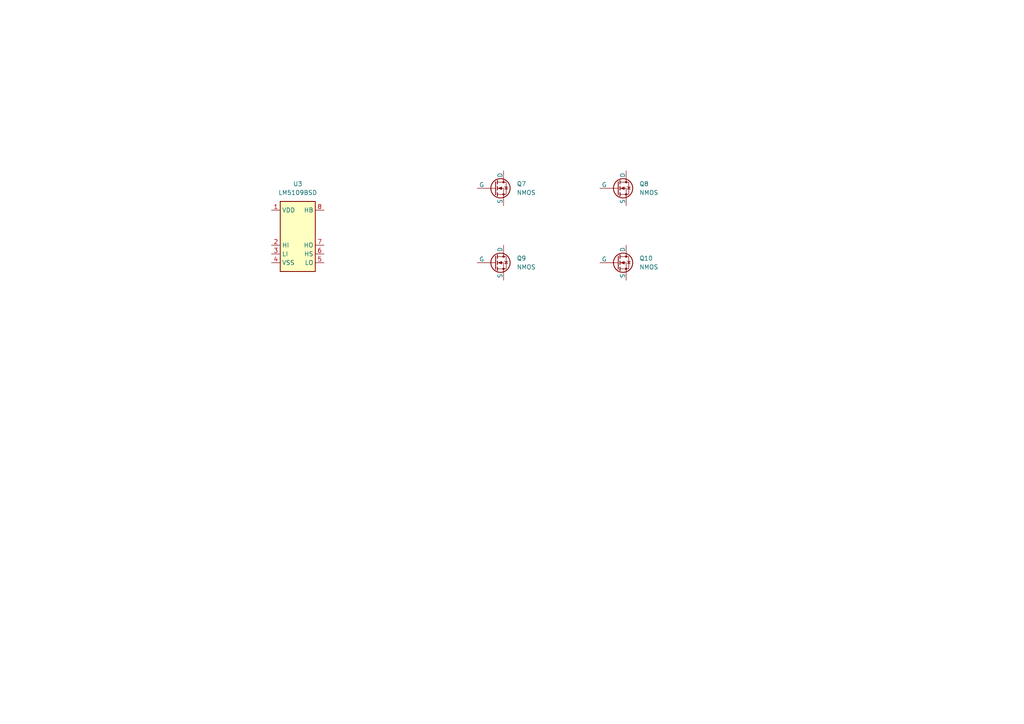
<source format=kicad_sch>
(kicad_sch (version 20231120) (generator "eeschema") (generator_version "8.0")
  (paper "A4")
  (lib_symbols
    (symbol "Driver_FET:LM5109BSD"
      (property "Reference" "U" (at 0 13.97 0))
      (property "Value" "LM5109BSD" (at 0 11.43 0))
      (symbol "LM5109BSD_0_1"
        (rectangle (start -5.08 -10.16) (end 5.08 10.16) (stroke (width 0.254)) (fill (type background)))
      )
      (symbol "LM5109BSD_1_1"
        (pin power_in line (at -7.62 7.62 0) (length 2.54) (name "VDD") (number "1"))
        (pin input line (at -7.62 -2.54 0) (length 2.54) (name "HI") (number "2"))
        (pin input line (at -7.62 -5.08 0) (length 2.54) (name "LI") (number "3"))
        (pin power_in line (at -7.62 -7.62 0) (length 2.54) (name "VSS") (number "4"))
        (pin output line (at 7.62 -7.62 180) (length 2.54) (name "LO") (number "5"))
        (pin passive line (at 7.62 -5.08 180) (length 2.54) (name "HS") (number "6"))
        (pin output line (at 7.62 -2.54 180) (length 2.54) (name "HO") (number "7"))
        (pin passive line (at 7.62 7.62 180) (length 2.54) (name "HB") (number "8"))
        (pin passive line (at -7.62 -7.62 0) (length 2.54) hide (name "VSS") (number "9"))
      )
    )
    (symbol "Simulation_SPICE:NMOS" (pin_numbers hide) (pin_names (offset 0))
      (property "Reference" "Q" (at 5.08 1.27 0))
      (property "Value" "NMOS" (at 5.08 -1.27 0))
      (symbol "NMOS_0_1"
        (polyline (pts (xy 0.254 0) (xy -2.54 0)))
        (polyline (pts (xy 0.254 1.905) (xy 0.254 -1.905)) (stroke (width 0.254)))
        (polyline (pts (xy 0.762 -1.27) (xy 0.762 -2.286)) (stroke (width 0.254)))
        (polyline (pts (xy 0.762 0.508) (xy 0.762 -0.508)) (stroke (width 0.254)))
        (polyline (pts (xy 0.762 2.286) (xy 0.762 1.27)) (stroke (width 0.254)))
        (polyline (pts (xy 2.54 2.54) (xy 2.54 1.778)))
        (polyline (pts (xy 2.54 -2.54) (xy 2.54 0) (xy 0.762 0)))
        (polyline (pts (xy 0.762 -1.778) (xy 3.302 -1.778) (xy 3.302 1.778) (xy 0.762 1.778)))
        (polyline (pts (xy 1.016 0) (xy 2.032 0.381) (xy 2.032 -0.381) (xy 1.016 0)) (fill (type outline)))
        (polyline (pts (xy 2.794 0.508) (xy 2.921 0.381) (xy 3.683 0.381) (xy 3.81 0.254)))
        (polyline (pts (xy 3.302 0.381) (xy 2.921 -0.254) (xy 3.683 -0.254) (xy 3.302 0.381)))
        (circle (center 1.651 0) (radius 2.794) (stroke (width 0.254)))
        (circle (center 2.54 -1.778) (radius 0.254) (fill (type outline)))
        (circle (center 2.54 1.778) (radius 0.254) (fill (type outline)))
      )
      (symbol "NMOS_1_1"
        (pin passive line (at 2.54 5.08 270) (length 2.54) (name "D") (number "1"))
        (pin input line (at -5.08 0 0) (length 2.54) (name "G") (number "2"))
        (pin passive line (at 2.54 -5.08 90) (length 2.54) (name "S") (number "3"))
      )
    )
  )
  (symbol (lib_id "Simulation_SPICE:NMOS") (at 143.51 76.2 0) (unit 1)
    (property "Reference" "Q9" (at 149.86 74.9299 0) (effects (justify left)))
    (property "Value" "NMOS" (at 149.86 77.4699 0) (effects (justify left)))
    (property "Datasheet" "https://ngspice.sourceforge.io/docs/ngspice-html-manual/manual.xhtml#cha_MOSFETs" (effects (hide yes)))
    (property "Description" "N-MOSFET transistor, drain/source/gate" (effects (hide yes)))
    (property "Sim.Device" "NMOS" (effects (hide yes)))
    (property "Sim.Type" "VDMOS" (effects (hide yes)))
    (property "Sim.Pins" "1=D 2=G 3=S" (effects (hide yes)))
    (property "LCSC" "C19633877" (effects (hide yes)))
    (property "LCSC Link" "https://www.lcsc.com/product-detail/MOSFETs_AGM-Semi-AGM304AP-B_C19633877.html" (effects (hide yes)))
  )
  (symbol (lib_id "Driver_FET:LM5109BSD") (at 86.36 68.58 0) (unit 1)
    (property "Reference" "U3" (at 86.36 53.34 0))
    (property "Value" "LM5109BSD" (at 86.36 55.88 0))
    (property "Footprint" "Package_SON:WSON-8-1EP_4x4mm_P0.8mm_EP2.6x3mm" (effects (hide yes)))
    (property "Datasheet" "http://www.ti.com/lit/ds/symlink/lm5109b.pdf" (effects (hide yes)))
    (property "Description" "Half-Bridge Gate Driver, Output Current 1.0A, 100V, WSON-8" (effects (hide yes)))
    (property "LCSC" "C544701" (effects (hide yes)))
    (property "LCSC Link" "https://www.lcsc.com/product-detail/Gate-Drivers_Texas-Instruments-LM5109BSD-NOPB_C544701.html?s_z=n_LM5109BSD%2FNOPB" (effects (hide yes)))
  )
  (symbol (lib_id "Simulation_SPICE:NMOS") (at 143.51 54.61 0) (unit 1)
    (property "Reference" "Q7" (at 149.86 53.3399 0) (effects (justify left)))
    (property "Value" "NMOS" (at 149.86 55.8799 0) (effects (justify left)))
    (property "Datasheet" "https://ngspice.sourceforge.io/docs/ngspice-html-manual/manual.xhtml#cha_MOSFETs" (effects (hide yes)))
    (property "Description" "N-MOSFET transistor, drain/source/gate" (effects (hide yes)))
    (property "Sim.Device" "NMOS" (effects (hide yes)))
    (property "Sim.Type" "VDMOS" (effects (hide yes)))
    (property "Sim.Pins" "1=D 2=G 3=S" (effects (hide yes)))
    (property "LCSC" "C19633877" (effects (hide yes)))
    (property "LCSC Link" "https://www.lcsc.com/product-detail/MOSFETs_AGM-Semi-AGM304AP-B_C19633877.html" (effects (hide yes)))
  )
  (symbol (lib_id "Simulation_SPICE:NMOS") (at 179.07 54.61 0) (unit 1)
    (property "Reference" "Q8" (at 185.42 53.3399 0) (effects (justify left)))
    (property "Value" "NMOS" (at 185.42 55.8799 0) (effects (justify left)))
    (property "Datasheet" "https://ngspice.sourceforge.io/docs/ngspice-html-manual/manual.xhtml#cha_MOSFETs" (effects (hide yes)))
    (property "Description" "N-MOSFET transistor, drain/source/gate" (effects (hide yes)))
    (property "Sim.Device" "NMOS" (effects (hide yes)))
    (property "Sim.Type" "VDMOS" (effects (hide yes)))
    (property "Sim.Pins" "1=D 2=G 3=S" (effects (hide yes)))
    (property "LCSC" "C19633877" (effects (hide yes)))
    (property "LCSC Link" "https://www.lcsc.com/product-detail/MOSFETs_AGM-Semi-AGM304AP-B_C19633877.html" (effects (hide yes)))
  )
  (symbol (lib_id "Simulation_SPICE:NMOS") (at 179.07 76.2 0) (unit 1)
    (property "Reference" "Q10" (at 185.42 74.9299 0) (effects (justify left)))
    (property "Value" "NMOS" (at 185.42 77.4699 0) (effects (justify left)))
    (property "Datasheet" "https://ngspice.sourceforge.io/docs/ngspice-html-manual/manual.xhtml#cha_MOSFETs" (effects (hide yes)))
    (property "Description" "N-MOSFET transistor, drain/source/gate" (effects (hide yes)))
    (property "Sim.Device" "NMOS" (effects (hide yes)))
    (property "Sim.Type" "VDMOS" (effects (hide yes)))
    (property "Sim.Pins" "1=D 2=G 3=S" (effects (hide yes)))
    (property "LCSC" "C19633877" (effects (hide yes)))
    (property "LCSC Link" "https://www.lcsc.com/product-detail/MOSFETs_AGM-Semi-AGM304AP-B_C19633877.html" (effects (hide yes)))
  )
)
</source>
